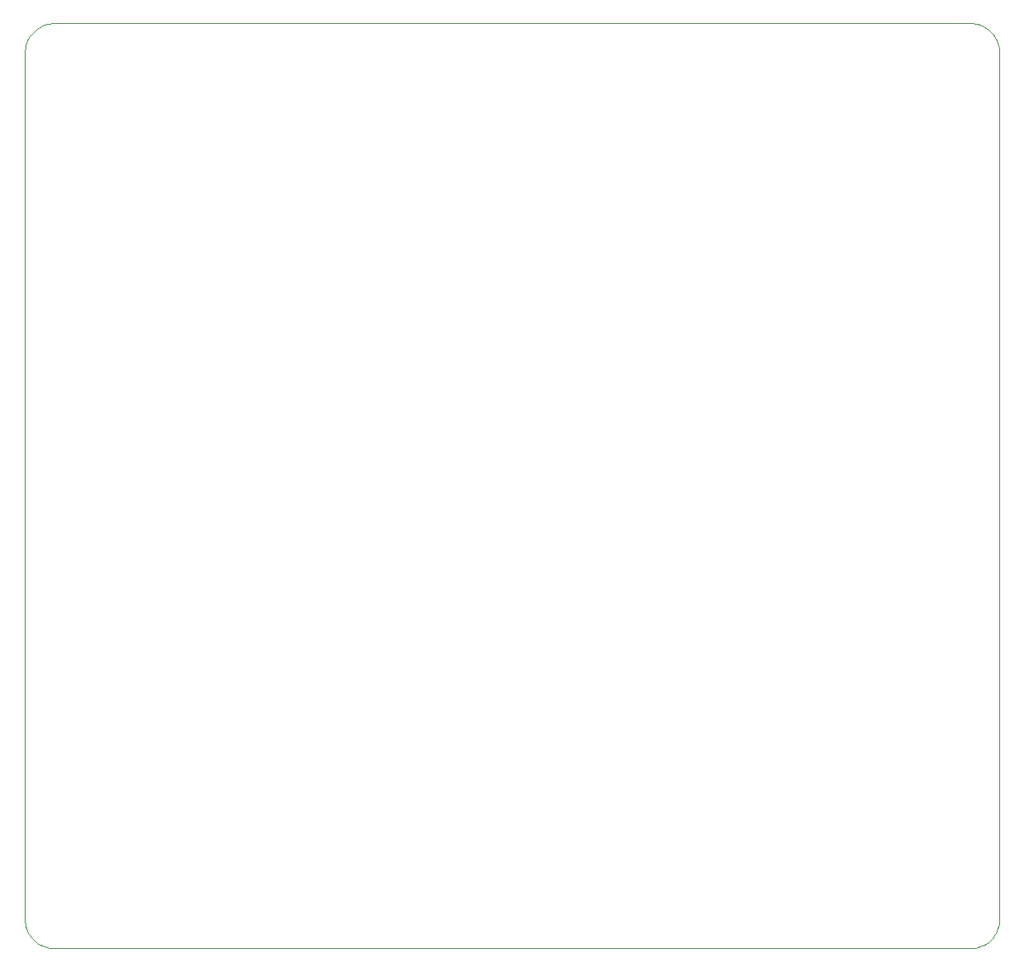
<source format=gm1>
G04*
G04 #@! TF.GenerationSoftware,Altium Limited,Altium Designer,18.0.7 (293)*
G04*
G04 Layer_Color=16711935*
%FSLAX25Y25*%
%MOIN*%
G70*
G01*
G75*
%ADD11C,0.00394*%
D11*
X480315Y39370D02*
X481290Y39410D01*
X482259Y39531D01*
X483214Y39731D01*
X484150Y40010D01*
X485059Y40365D01*
X485936Y40794D01*
X486775Y41293D01*
X487569Y41861D01*
X488314Y42491D01*
X489005Y43182D01*
X489636Y43927D01*
X490203Y44721D01*
X490702Y45560D01*
X491131Y46437D01*
X491486Y47346D01*
X491765Y48282D01*
X491965Y49237D01*
X492086Y50206D01*
X492126Y51181D01*
Y401575D02*
X492086Y402550D01*
X491965Y403519D01*
X491765Y404474D01*
X491486Y405410D01*
X491131Y406319D01*
X490702Y407196D01*
X490203Y408035D01*
X489636Y408829D01*
X489005Y409574D01*
X488314Y410264D01*
X487569Y410895D01*
X486775Y411463D01*
X485936Y411962D01*
X485059Y412391D01*
X484150Y412746D01*
X483214Y413024D01*
X482259Y413225D01*
X481290Y413345D01*
X480315Y413386D01*
X110236D02*
X109261Y413345D01*
X108292Y413225D01*
X107337Y413024D01*
X106401Y412746D01*
X105492Y412391D01*
X104615Y411962D01*
X103776Y411463D01*
X102982Y410895D01*
X102237Y410264D01*
X101547Y409574D01*
X100916Y408829D01*
X100348Y408035D01*
X99849Y407196D01*
X99420Y406319D01*
X99065Y405410D01*
X98787Y404474D01*
X98586Y403519D01*
X98466Y402550D01*
X98425Y401575D01*
X98425Y51181D02*
X98466Y50206D01*
X98586Y49237D01*
X98787Y48282D01*
X99065Y47346D01*
X99420Y46437D01*
X99849Y45560D01*
X100348Y44721D01*
X100916Y43927D01*
X101547Y43182D01*
X102237Y42491D01*
X102982Y41860D01*
X103776Y41293D01*
X104615Y40794D01*
X105492Y40365D01*
X106401Y40010D01*
X107337Y39731D01*
X108292Y39531D01*
X109261Y39410D01*
X110236Y39370D01*
X480315D01*
X492126Y51181D02*
X492126Y401575D01*
X110236Y413386D02*
X480315D01*
X98425Y51181D02*
X98425Y401575D01*
M02*

</source>
